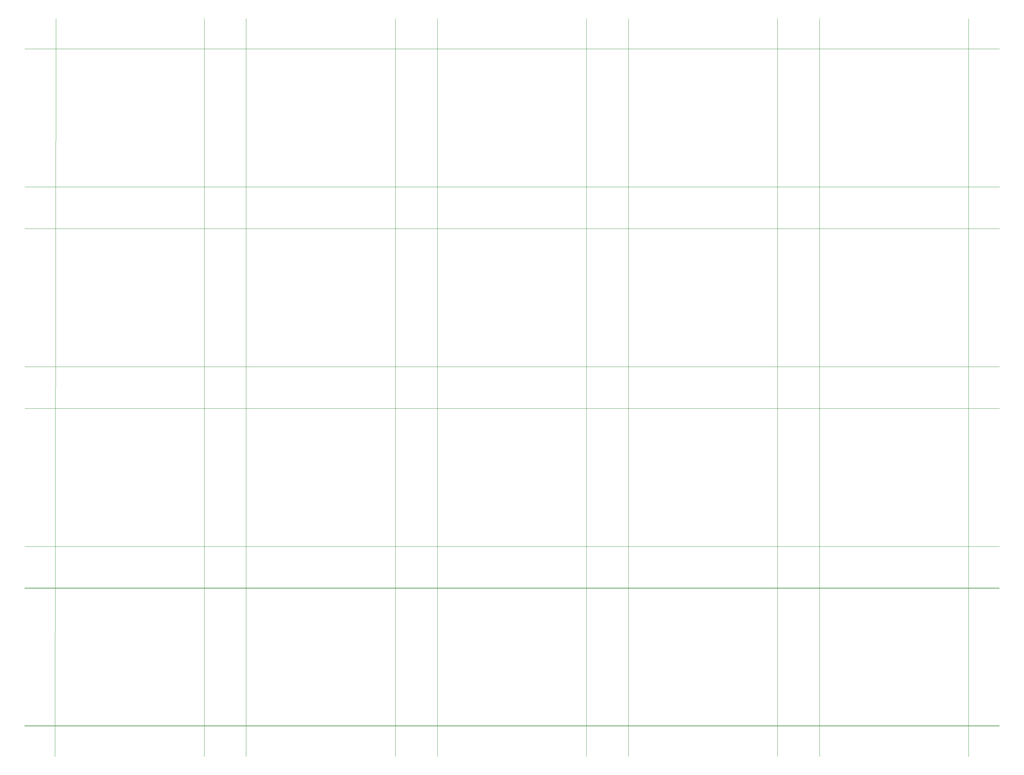
<source format=gbr>
G04 #@! TF.GenerationSoftware,KiCad,Pcbnew,5.1.5+dfsg1-2build2*
G04 #@! TF.CreationDate,2020-09-10T23:56:58-04:00*
G04 #@! TF.ProjectId,Xenium2019-Panel,58656e69-756d-4323-9031-392d50616e65,rev?*
G04 #@! TF.SameCoordinates,Original*
G04 #@! TF.FileFunction,Other,ECO1*
%FSLAX46Y46*%
G04 Gerber Fmt 4.6, Leading zero omitted, Abs format (unit mm)*
G04 Created by KiCad (PCBNEW 5.1.5+dfsg1-2build2) date 2020-09-10 23:56:58*
%MOMM*%
%LPD*%
G04 APERTURE LIST*
%ADD10C,0.150000*%
%ADD11C,0.100000*%
G04 APERTURE END LIST*
D10*
X280800000Y-210400000D02*
X23820000Y-210400000D01*
X23820000Y-174000000D02*
X280800000Y-174000000D01*
D11*
X82200000Y-23810000D02*
X82200000Y-218400000D01*
X121500000Y-23810000D02*
X121500000Y-218400000D01*
X132600000Y-23810000D02*
X132600000Y-218400000D01*
X171900000Y-23810000D02*
X171900000Y-218400000D01*
X182990000Y-23810000D02*
X182990000Y-218400000D01*
X222300000Y-23810000D02*
X222300000Y-218400000D01*
X233400000Y-23810000D02*
X233400000Y-218400000D01*
X272700000Y-23810000D02*
X272700000Y-218400000D01*
X23820000Y-163000000D02*
X280800000Y-163000000D01*
X23820000Y-126600000D02*
X280800000Y-126600000D01*
X23820000Y-115600000D02*
X280800000Y-115600000D01*
X23820000Y-79200000D02*
X280800000Y-79200000D01*
X32060000Y-23810000D02*
X31800000Y-218400000D01*
X23820000Y-31800000D02*
X280800000Y-31800000D01*
X71200000Y-23810000D02*
X71200000Y-218400000D01*
X23820000Y-68200000D02*
X280800000Y-68200000D01*
M02*

</source>
